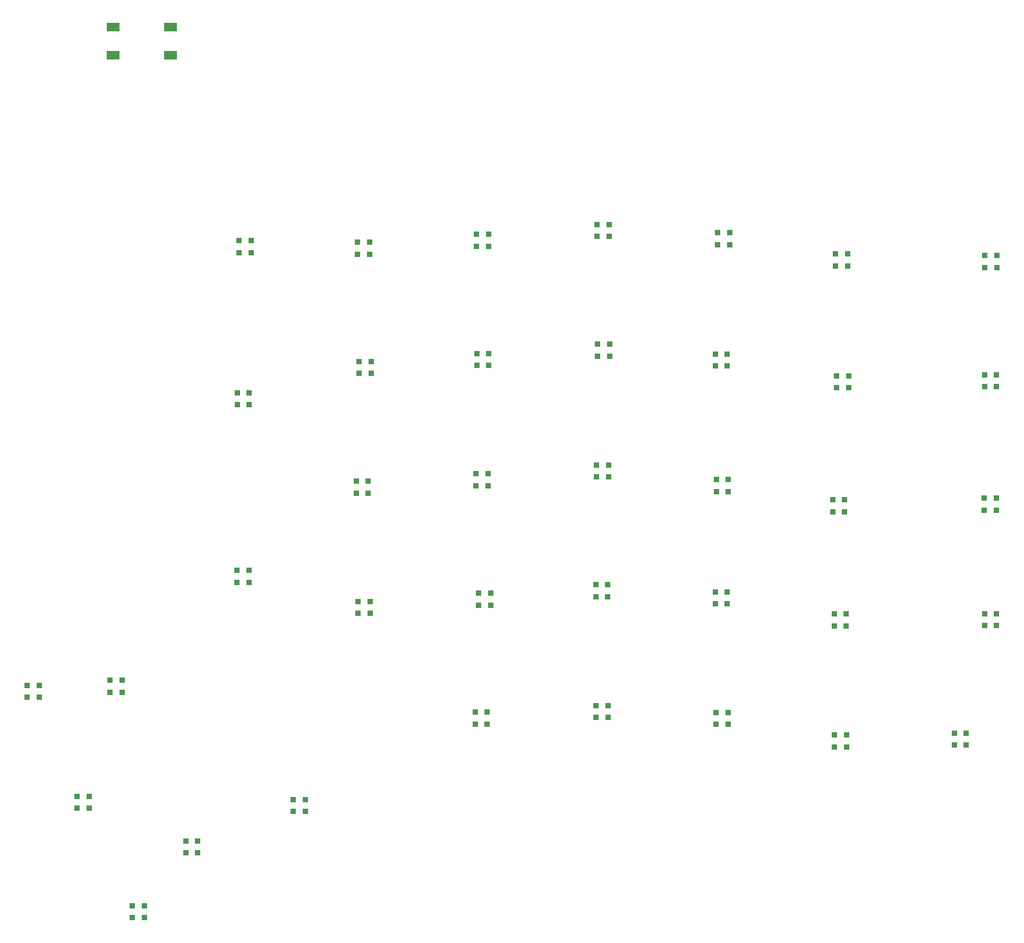
<source format=gbp>
G04*
G04 #@! TF.GenerationSoftware,Altium Limited,Altium Designer,24.10.1 (45)*
G04*
G04 Layer_Color=128*
%FSLAX44Y44*%
%MOMM*%
G71*
G04*
G04 #@! TF.SameCoordinates,3551A3A7-0B07-42EA-8A9A-C0D20DE36A30*
G04*
G04*
G04 #@! TF.FilePolarity,Positive*
G04*
G01*
G75*
%ADD38R,0.9000X0.9000*%
%ADD190R,2.1000X1.4000*%
D38*
X1127608Y-110388D02*
D03*
Y-129388D02*
D03*
X1108608D02*
D03*
Y-110388D02*
D03*
X1299696Y-121462D02*
D03*
Y-140462D02*
D03*
X1318696D02*
D03*
Y-121462D02*
D03*
X1507418Y-157712D02*
D03*
Y-176712D02*
D03*
X1488418D02*
D03*
Y-157712D02*
D03*
X536600Y388214D02*
D03*
Y369214D02*
D03*
X555600D02*
D03*
Y388214D02*
D03*
X1510894Y415138D02*
D03*
Y396138D02*
D03*
X1491894D02*
D03*
Y415138D02*
D03*
X536078Y104929D02*
D03*
Y85929D02*
D03*
X555078D02*
D03*
Y104929D02*
D03*
X1126846Y82144D02*
D03*
Y63144D02*
D03*
X1107846D02*
D03*
Y82144D02*
D03*
X1298513Y70649D02*
D03*
Y51649D02*
D03*
X1317513D02*
D03*
Y70649D02*
D03*
X1727606Y35916D02*
D03*
Y16916D02*
D03*
X1746606D02*
D03*
Y35916D02*
D03*
X1679600Y-154584D02*
D03*
Y-173584D02*
D03*
X1698600D02*
D03*
Y-154584D02*
D03*
X1488084Y16408D02*
D03*
Y35408D02*
D03*
X1507084D02*
D03*
Y16408D02*
D03*
X1317387Y430761D02*
D03*
Y449761D02*
D03*
X1298387D02*
D03*
Y430761D02*
D03*
X558648Y630530D02*
D03*
Y611530D02*
D03*
X539648D02*
D03*
Y630530D02*
D03*
X728116Y627990D02*
D03*
Y608990D02*
D03*
X747116D02*
D03*
Y627990D02*
D03*
X937108Y640944D02*
D03*
Y621944D02*
D03*
X918108D02*
D03*
Y640944D02*
D03*
X1110132Y656438D02*
D03*
Y637438D02*
D03*
X1129132D02*
D03*
Y656438D02*
D03*
X1321410Y643230D02*
D03*
Y624230D02*
D03*
X1302410D02*
D03*
Y643230D02*
D03*
X1490370Y609448D02*
D03*
Y590448D02*
D03*
X1509370D02*
D03*
Y609448D02*
D03*
X1728114Y587908D02*
D03*
Y606908D02*
D03*
X1747114D02*
D03*
Y587908D02*
D03*
X1727860Y416916D02*
D03*
Y397916D02*
D03*
X1746860D02*
D03*
Y416916D02*
D03*
X1727351Y219948D02*
D03*
Y200948D02*
D03*
X1746351D02*
D03*
Y219948D02*
D03*
X1504544Y217526D02*
D03*
Y198526D02*
D03*
X1485544D02*
D03*
Y217526D02*
D03*
X1300124Y249784D02*
D03*
Y230784D02*
D03*
X1319124D02*
D03*
Y249784D02*
D03*
X1128116Y273152D02*
D03*
Y254152D02*
D03*
X1109116D02*
D03*
Y273152D02*
D03*
X917092Y258928D02*
D03*
Y239928D02*
D03*
X936092D02*
D03*
Y258928D02*
D03*
X745084Y247244D02*
D03*
Y228244D02*
D03*
X726084D02*
D03*
Y247244D02*
D03*
X729255Y36585D02*
D03*
Y55585D02*
D03*
X748255D02*
D03*
Y36585D02*
D03*
X921295Y68630D02*
D03*
Y49630D02*
D03*
X940295D02*
D03*
Y68630D02*
D03*
X644754Y-260248D02*
D03*
Y-279248D02*
D03*
X625754D02*
D03*
Y-260248D02*
D03*
X220606Y-78591D02*
D03*
Y-97591D02*
D03*
X201606D02*
D03*
Y-78591D02*
D03*
X300076Y-255422D02*
D03*
Y-274422D02*
D03*
X281076D02*
D03*
Y-255422D02*
D03*
X388468Y-429920D02*
D03*
Y-448920D02*
D03*
X369468D02*
D03*
Y-429920D02*
D03*
X454304Y-326288D02*
D03*
Y-345288D02*
D03*
X473304D02*
D03*
Y-326288D02*
D03*
X934902Y-121339D02*
D03*
Y-140339D02*
D03*
X915902D02*
D03*
Y-121339D02*
D03*
X352908Y-70256D02*
D03*
Y-89256D02*
D03*
X333908D02*
D03*
Y-70256D02*
D03*
X1110894Y465430D02*
D03*
Y446430D02*
D03*
X1129894D02*
D03*
Y465430D02*
D03*
X937162Y450872D02*
D03*
Y431872D02*
D03*
X918163D02*
D03*
Y450872D02*
D03*
X730762Y438151D02*
D03*
Y419151D02*
D03*
X749762D02*
D03*
Y438151D02*
D03*
D190*
X338802Y926444D02*
D03*
X429802D02*
D03*
Y971444D02*
D03*
X338802D02*
D03*
M02*

</source>
